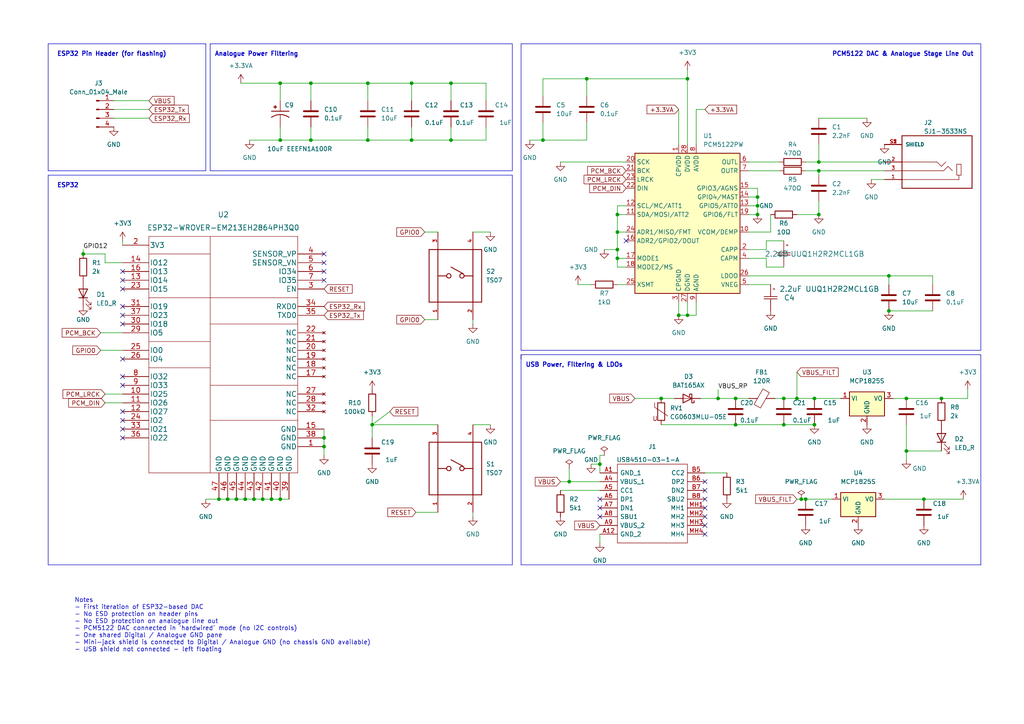
<source format=kicad_sch>
(kicad_sch (version 20211123) (generator eeschema)
  (paper "A4")
  (title_block (title "ESP32 Network DAC") (date "2022-11-05") (rev "0.1") (company "Pavlos Papaefstathiou"))
  (lib_symbols
    (symbol "Audio:PCM5122PW"
      (property "Reference" "U" (at -13.97 21.59 0))
      (property "Value" "PCM5122PW" (at 10.16 21.59 0))
      (symbol "PCM5122PW_1_1"
        (pin power_in line (at -2.54 22.86 270) (length 2.54) (name "CPVDD") (number "1"))
        (pin bidirectional line (at 17.78 -2.54 180) (length 2.54) (name "VCOM/DEMP") (number "10"))
        (pin bidirectional line (at -17.78 2.54 0) (length 2.54) (name "SDA/MOSI/ATT2") (number "11"))
        (pin input line (at -17.78 5.08 0) (length 2.54) (name "SCL/MC/ATT1") (number "12"))
        (pin bidirectional line (at 17.78 5.08 180) (length 2.54) (name "GPIO5/ATT0") (number "13"))
        (pin bidirectional line (at 17.78 7.62 180) (length 2.54) (name "GPIO4/MAST") (number "14"))
        (pin bidirectional line (at 17.78 10.16 180) (length 2.54) (name "GPIO3/AGNS") (number "15"))
        (pin bidirectional line (at -17.78 -5.08 0) (length 2.54) (name "ADR2/GPIO2/DOUT") (number "16"))
        (pin input line (at -17.78 -10.16 0) (length 2.54) (name "MODE1") (number "17"))
        (pin input line (at -17.78 -12.7 0) (length 2.54) (name "MODE2/MS") (number "18"))
        (pin bidirectional line (at 17.78 2.54 180) (length 2.54) (name "GPIO6/FLT") (number "19"))
        (pin passive line (at 17.78 -7.62 180) (length 2.54) (name "CAPP") (number "2"))
        (pin input line (at -17.78 17.78 0) (length 2.54) (name "SCK") (number "20"))
        (pin bidirectional line (at -17.78 15.24 0) (length 2.54) (name "BCK") (number "21"))
        (pin input line (at -17.78 10.16 0) (length 2.54) (name "DIN") (number "22"))
        (pin bidirectional line (at -17.78 12.7 0) (length 2.54) (name "LRCK") (number "23"))
        (pin bidirectional line (at -17.78 -2.54 0) (length 2.54) (name "ADR1/MISO/FMT") (number "24"))
        (pin input line (at -17.78 -17.78 0) (length 2.54) (name "XSMT") (number "25"))
        (pin passive line (at 17.78 -15.24 180) (length 2.54) (name "LDOO") (number "26"))
        (pin power_in line (at 0 -22.86 90) (length 2.54) (name "DGND") (number "27"))
        (pin power_in line (at 0 22.86 270) (length 2.54) (name "DVDD") (number "28"))
        (pin power_in line (at -2.54 -22.86 90) (length 2.54) (name "CPGND") (number "3"))
        (pin passive line (at 17.78 -10.16 180) (length 2.54) (name "CAPM") (number "4"))
        (pin passive line (at 17.78 -17.78 180) (length 2.54) (name "VNEG") (number "5"))
        (pin output line (at 17.78 17.78 180) (length 2.54) (name "OUTL") (number "6"))
        (pin output line (at 17.78 15.24 180) (length 2.54) (name "OUTR") (number "7"))
        (pin power_in line (at 2.54 22.86 270) (length 2.54) (name "AVDD") (number "8"))
        (pin power_in line (at 2.54 -22.86 90) (length 2.54) (name "AGND") (number "9"))
      )
    )
    (symbol "Connector:Conn_01x04_Male" (pin_names (offset 1.016) hide)
      (property "Reference" "J" (at 0 5.08 0))
      (property "Value" "Conn_01x04_Male" (at 0 -7.62 0))
      (symbol "Conn_01x04_Male_1_1"
        (pin passive line (at 5.08 2.54 180) (length 3.81) (name "Pin_1") (number "1"))
        (pin passive line (at 5.08 0 180) (length 3.81) (name "Pin_2") (number "2"))
        (pin passive line (at 5.08 -2.54 180) (length 3.81) (name "Pin_3") (number "3"))
        (pin passive line (at 5.08 -5.08 180) (length 3.81) (name "Pin_4") (number "4"))
      )
    )
    (symbol "Device:C" (pin_numbers hide) (pin_names (offset 0.254))
      (property "Reference" "C" (at 0.635 2.54 0))
      (property "Value" "C" (at 0.635 -2.54 0))
      (symbol "C_1_1"
        (pin passive line (at 0 3.81 270) (length 2.794) (name "~") (number "1"))
        (pin passive line (at 0 -3.81 90) (length 2.794) (name "~") (number "2"))
      )
    )
    (symbol "Device:D_Schottky" (pin_numbers hide) (pin_names (offset 1.016) hide)
      (property "Reference" "D" (at 0 2.54 0))
      (property "Value" "D_Schottky" (at 0 -2.54 0))
      (symbol "D_Schottky_1_1"
        (pin passive line (at -3.81 0 0) (length 2.54) (name "K") (number "1"))
        (pin passive line (at 3.81 0 180) (length 2.54) (name "A") (number "2"))
      )
    )
    (symbol "Device:FerriteBead" (pin_numbers hide) (pin_names (offset 0))
      (property "Reference" "FB" (at -3.81 0.635 90))
      (property "Value" "FerriteBead" (at 3.81 0 90))
      (symbol "FerriteBead_1_1"
        (pin passive line (at 0 3.81 270) (length 2.54) (name "~") (number "1"))
        (pin passive line (at 0 -3.81 90) (length 2.54) (name "~") (number "2"))
      )
    )
    (symbol "Device:LED" (pin_numbers hide) (pin_names (offset 1.016) hide)
      (property "Reference" "D" (at 0 2.54 0))
      (property "Value" "LED" (at 0 -2.54 0))
      (symbol "LED_1_1"
        (pin passive line (at -3.81 0 0) (length 2.54) (name "K") (number "1"))
        (pin passive line (at 3.81 0 180) (length 2.54) (name "A") (number "2"))
      )
    )
    (symbol "Device:R" (pin_numbers hide) (pin_names (offset 0))
      (property "Reference" "R" (at 2.032 0 90))
      (property "Value" "R" (at 0 0 90))
      (symbol "R_1_1"
        (pin passive line (at 0 3.81 270) (length 1.27) (name "~") (number "1"))
        (pin passive line (at 0 -3.81 90) (length 1.27) (name "~") (number "2"))
      )
    )
    (symbol "Device:Varistor" (pin_numbers hide) (pin_names (offset 0))
      (property "Reference" "RV" (at 3.175 0 90))
      (property "Value" "Varistor" (at -3.175 0 90))
      (symbol "Varistor_0_0"
        (text "U" (at -1.778 -2.032 0) (effects (font (size 1.27 1.27))))
      )
      (symbol "Varistor_1_1"
        (pin passive line (at 0 3.81 270) (length 1.27) (name "~") (number "1"))
        (pin passive line (at 0 -3.81 90) (length 1.27) (name "~") (number "2"))
      )
    )
    (symbol "EEE-FN1A100R:EEEFN1A100R" (pin_numbers hide) (pin_names (offset 1.016) hide)
      (property "Reference" "C" (at -2.54 3.81 0))
      (property "Value" "EEEFN1A100R" (at -2.54 -5.08 0))
      (symbol "EEEFN1A100R_0_0"
        (pin passive line (at -2.54 0 0) (length 2.54) (name "~") (number "1"))
        (pin passive line (at 5.08 0 180) (length 2.54) (name "~") (number "2"))
      )
    )
    (symbol "Nichicon UUQ1H2R2MCL1GB:UUQ1H2R2MCL1GB" (pin_numbers hide) (pin_names (offset 1.651) hide)
      (property "Reference" "C3" (at 3.81 -1.7716 90))
      (property "Value" "2.2uF UUQ1H2R2MCL1GB" (at 3.81 -5.5816 90))
      (symbol "UUQ1H2R2MCL1GB_1_1"
        (pin passive line (at 0 0 0) (length 2.54) (name "1") (number "1"))
        (pin passive line (at 7.62 0 180) (length 2.54) (name "2") (number "2"))
      )
    )
    (symbol "Regulator_Linear:MCP1825S"
      (property "Reference" "U" (at -3.81 3.175 0))
      (property "Value" "MCP1825S" (at 0 3.175 0))
      (symbol "MCP1825S_1_1"
        (pin power_in line (at -7.62 0 0) (length 2.54) (name "VI") (number "1"))
        (pin power_in line (at 0 -7.62 90) (length 2.54) (name "GND") (number "2"))
        (pin power_out line (at 7.62 0 180) (length 2.54) (name "VO") (number "3"))
      )
    )
    (symbol "TS07-667-37-BK-260-SMT-TR:TS07-667-37-BK-260-SMT-TR" (pin_names (offset 1.016) hide)
      (property "Reference" "S" (at -7.62 8.382 0))
      (property "Value" "TS07-667-37-BK-260-SMT-TR" (at -7.62 -8.382 0))
      (symbol "TS07-667-37-BK-260-SMT-TR_0_0"
        (pin passive line (at -12.7 5.08 0) (length 5.08) (name "~") (number "1"))
        (pin passive line (at -12.7 -5.08 0) (length 5.08) (name "~") (number "2"))
        (pin passive line (at 12.7 5.08 180) (length 5.08) (name "~") (number "3"))
        (pin passive line (at 12.7 -5.08 180) (length 5.08) (name "~") (number "4"))
      )
    )
    (symbol "USB4510-03-1-A:USB4510-03-1-A" (pin_names (offset 0.762))
      (property "Reference" "J" (at 26.67 7.62 0))
      (property "Value" "USB4510-03-1-A" (at 26.67 5.08 0))
      (symbol "USB4510-03-1-A_0_0"
        (pin passive line (at 0 0 0) (length 5.08) (name "GND_1") (number "A1"))
        (pin passive line (at 0 -17.78 0) (length 5.08) (name "GND_2") (number "A12"))
        (pin passive line (at 0 -2.54 0) (length 5.08) (name "VBUS_1") (number "A4"))
        (pin passive line (at 0 -5.08 0) (length 5.08) (name "CC1") (number "A5"))
        (pin passive line (at 0 -7.62 0) (length 5.08) (name "DP1") (number "A6"))
        (pin passive line (at 0 -10.16 0) (length 5.08) (name "DN1") (number "A7"))
        (pin passive line (at 0 -12.7 0) (length 5.08) (name "SBU1") (number "A8"))
        (pin passive line (at 0 -15.24 0) (length 5.08) (name "VBUS_2") (number "A9"))
        (pin passive line (at 30.48 0 180) (length 5.08) (name "CC2") (number "B5"))
        (pin passive line (at 30.48 -2.54 180) (length 5.08) (name "DP2") (number "B6"))
        (pin passive line (at 30.48 -5.08 180) (length 5.08) (name "DN2") (number "B7"))
        (pin passive line (at 30.48 -7.62 180) (length 5.08) (name "SBU2") (number "B8"))
        (pin passive line (at 30.48 -10.16 180) (length 5.08) (name "MH1") (number "MH1"))
        (pin passive line (at 30.48 -12.7 180) (length 5.08) (name "MH2") (number "MH2"))
        (pin passive line (at 30.48 -15.24 180) (length 5.08) (name "MH3") (number "MH3"))
        (pin passive line (at 30.48 -17.78 180) (length 5.08) (name "MH4") (number "MH4"))
      )
    )
    (symbol "UUQ1H2R2MCL1GB_1" (pin_numbers hide) (pin_names (offset 1.651) hide)
      (property "Reference" "C4" (at 3.81 -1.7716 90))
      (property "Value" "UUQ1H2R2MCL1GB_1" (at 1.27 -6.35 90))
      (symbol "UUQ1H2R2MCL1GB_1_1_1"
        (pin passive line (at 0 0 0) (length 2.54) (name "1") (number "1"))
        (pin passive line (at 7.62 0 180) (length 2.54) (name "2") (number "2"))
      )
    )
    (symbol "esp32-wrover-e:ESP32-WROVER-EM213EH2864PH3Q0" (pin_names (offset 0.254))
      (property "Reference" "U" (at 25.4 7.62 0))
      (property "Value" "ESP32-WROVER-EM213EH2864PH3Q0" (at 25.4 5.08 0))
      (symbol "ESP32-WROVER-EM213EH2864PH3Q0_1_1"
        (pin power_in line (at 58.42 -58.42 180) (length 7.62) (name "GND") (number "1"))
        (pin bidirectional line (at 0 -43.18 0) (length 7.62) (name "IO25") (number "10"))
        (pin bidirectional line (at 0 -45.72 0) (length 7.62) (name "IO26") (number "11"))
        (pin bidirectional line (at 0 -48.26 0) (length 7.62) (name "IO27") (number "12"))
        (pin bidirectional line (at 0 -10.16 0) (length 7.62) (name "IO14") (number "13"))
        (pin bidirectional line (at 0 -5.08 0) (length 7.62) (name "IO12") (number "14"))
        (pin power_in line (at 58.42 -53.34 180) (length 7.62) (name "GND") (number "15"))
        (pin bidirectional line (at 0 -7.62 0) (length 7.62) (name "IO13") (number "16"))
        (pin no_connect line (at 58.42 -38.1 180) (length 7.62) (name "NC") (number "17"))
        (pin no_connect line (at 58.42 -35.56 180) (length 7.62) (name "NC") (number "18"))
        (pin no_connect line (at 58.42 -33.02 180) (length 7.62) (name "NC") (number "19"))
        (pin power_in line (at 0 0 0) (length 7.62) (name "3V3") (number "2"))
        (pin no_connect line (at 58.42 -30.48 180) (length 7.62) (name "NC") (number "20"))
        (pin no_connect line (at 58.42 -27.94 180) (length 7.62) (name "NC") (number "21"))
        (pin no_connect line (at 58.42 -25.4 180) (length 7.62) (name "NC") (number "22"))
        (pin unspecified line (at 0 -12.7 0) (length 7.62) (name "IO15") (number "23"))
        (pin bidirectional line (at 0 -50.8 0) (length 7.62) (name "IO2") (number "24"))
        (pin bidirectional line (at 0 -30.48 0) (length 7.62) (name "IO0") (number "25"))
        (pin bidirectional line (at 0 -33.02 0) (length 7.62) (name "IO4") (number "26"))
        (pin no_connect line (at 58.42 -43.18 180) (length 7.62) (name "NC") (number "27"))
        (pin no_connect line (at 58.42 -45.72 180) (length 7.62) (name "NC") (number "28"))
        (pin bidirectional line (at 0 -25.4 0) (length 7.62) (name "IO5") (number "29"))
        (pin input line (at 58.42 -12.7 180) (length 7.62) (name "EN") (number "3"))
        (pin bidirectional line (at 0 -22.86 0) (length 7.62) (name "IO18") (number "30"))
        (pin bidirectional line (at 0 -17.78 0) (length 7.62) (name "IO19") (number "31"))
        (pin no_connect line (at 58.42 -48.26 180) (length 7.62) (name "NC") (number "32"))
        (pin bidirectional line (at 0 -53.34 0) (length 7.62) (name "IO21") (number "33"))
        (pin bidirectional line (at 58.42 -17.78 180) (length 7.62) (name "RXD0") (number "34"))
        (pin bidirectional line (at 58.42 -20.32 180) (length 7.62) (name "TXD0") (number "35"))
        (pin bidirectional line (at 0 -55.88 0) (length 7.62) (name "IO22") (number "36"))
        (pin bidirectional line (at 0 -20.32 0) (length 7.62) (name "IO23") (number "37"))
        (pin power_in line (at 58.42 -55.88 180) (length 7.62) (name "GND") (number "38"))
        (pin power_in line (at 48.26 -73.66 90) (length 7.62) (name "GND") (number "39"))
        (pin input line (at 58.42 -2.54 180) (length 7.62) (name "SENSOR_VP") (number "4"))
        (pin power_in line (at 45.72 -73.66 90) (length 7.62) (name "GND") (number "40"))
        (pin power_in line (at 43.18 -73.66 90) (length 7.62) (name "GND") (number "41"))
        (pin power_in line (at 40.64 -73.66 90) (length 7.62) (name "GND") (number "42"))
        (pin power_in line (at 38.1 -73.66 90) (length 7.62) (name "GND") (number "43"))
        (pin power_in line (at 35.56 -73.66 90) (length 7.62) (name "GND") (number "44"))
        (pin power_in line (at 33.02 -73.66 90) (length 7.62) (name "GND") (number "45"))
        (pin power_in line (at 30.48 -73.66 90) (length 7.62) (name "GND") (number "46"))
        (pin power_in line (at 27.94 -73.66 90) (length 7.62) (name "GND") (number "47"))
        (pin input line (at 58.42 -5.08 180) (length 7.62) (name "SENSOR_VN") (number "5"))
        (pin input line (at 58.42 -7.62 180) (length 7.62) (name "IO34") (number "6"))
        (pin input line (at 58.42 -10.16 180) (length 7.62) (name "IO35") (number "7"))
        (pin bidirectional line (at 0 -38.1 0) (length 7.62) (name "IO32") (number "8"))
        (pin bidirectional line (at 0 -40.64 0) (length 7.62) (name "IO33") (number "9"))
      )
    )
    (symbol "power:+3.3VA" (power) (pin_names (offset 0))
      (property "Value" "+3.3VA" (at 0 3.556 0))
      (symbol "+3.3VA_1_1"
        (pin power_in line (at 0 0 90) (length 0) hide (name "+3.3VA") (number "1"))
      )
    )
    (symbol "power:+3V3" (power) (pin_names (offset 0))
      (property "Value" "+3V3" (at 0 3.556 0))
      (symbol "+3V3_1_1"
        (pin power_in line (at 0 0 90) (length 0) hide (name "+3V3") (number "1"))
      )
    )
    (symbol "power:GND" (power) (pin_names (offset 0))
      (property "Value" "GND" (at 0 -3.81 0))
      (symbol "GND_1_1"
        (pin power_in line (at 0 0 270) (length 0) hide (name "GND") (number "1"))
      )
    )
    (symbol "power:PWR_FLAG" (power) (pin_numbers hide) (pin_names (offset 0) hide)
      (property "Value" "PWR_FLAG" (at 0 3.81 0))
      (symbol "PWR_FLAG_0_0"
        (pin power_out line (at 0 0 90) (length 0) (name "pwr") (number "1"))
      )
    )
    (symbol "project:SJ1-3533NS" (pin_names (offset 1.016))
      (property "Reference" "J" (at -10.16 10.16 0))
      (property "Value" "SJ1-3533NS" (at -10.16 -12.7 0))
      (symbol "SJ1-3533NS_0_0"
        (pin passive line (at 15.24 5.08 180) (length 5.08) (name "~") (number "1"))
        (pin passive line (at 15.24 0 180) (length 5.08) (name "~") (number "2"))
        (pin passive line (at 15.24 2.54 180) (length 5.08) (name "~") (number "3"))
        (pin passive line (at 15.24 -5.08 180) (length 5.08) (name "SHIELD") (number "S1"))
        (pin passive line (at 15.24 -5.08 180) (length 5.08) (name "SHIELD") (number "S2"))
        (pin passive line (at 15.24 -5.08 180) (length 5.08) (name "SHIELD") (number "S3"))
      )
    )
  )
  (junction (at 106.68 24.13))
  (junction (at 73.66 144.78))
  (junction (at 78.74 144.78))
  (junction (at 191.77 115.57))
  (junction (at 81.28 144.78))
  (junction (at 119.38 40.64))
  (junction (at 219.71 59.69))
  (junction (at 90.17 40.64))
  (junction (at 66.04 144.78))
  (junction (at 93.98 129.54))
  (junction (at 219.71 57.15))
  (junction (at 179.07 72.39))
  (junction (at 237.49 46.99))
  (junction (at 273.05 115.57))
  (junction (at 130.81 40.64))
  (junction (at 63.5 144.78))
  (junction (at 93.98 127))
  (junction (at 213.36 115.57))
  (junction (at 199.39 22.86))
  (junction (at 199.39 91.44))
  (junction (at 237.49 49.53))
  (junction (at 231.14 115.57))
  (junction (at 233.68 144.78))
  (junction (at 90.17 24.13))
  (junction (at 157.48 40.64))
  (junction (at 257.81 90.17))
  (junction (at 219.71 62.23))
  (junction (at 107.95 123.19))
  (junction (at 232.41 144.78))
  (junction (at 262.89 115.57))
  (junction (at 24.13 73.66))
  (junction (at 179.07 74.93))
  (junction (at 68.58 144.78))
  (junction (at 227.33 123.19))
  (junction (at 179.07 67.31))
  (junction (at 208.28 115.57))
  (junction (at 106.68 40.64))
  (junction (at 119.38 24.13))
  (junction (at 213.36 123.19))
  (junction (at 236.22 123.19))
  (junction (at 179.07 62.23))
  (junction (at 237.49 62.23))
  (junction (at 173.99 134.62))
  (junction (at 267.97 144.78))
  (junction (at 81.28 40.64))
  (junction (at 257.81 80.01))
  (junction (at 170.18 22.86))
  (junction (at 76.2 144.78))
  (junction (at 196.85 91.44))
  (junction (at 71.12 144.78))
  (junction (at 81.28 24.13))
  (junction (at 262.89 130.81))
  (junction (at 130.81 24.13))
  (junction (at 165.1 139.7))
  (junction (at 236.22 115.57))
  (junction (at 227.33 115.57))
  (no_connect (at 35.56 121.92))
  (no_connect (at 35.56 124.46))
  (no_connect (at 35.56 127))
  (no_connect (at 93.98 73.66))
  (no_connect (at 93.98 81.28))
  (no_connect (at 93.98 78.74))
  (no_connect (at 93.98 76.2))
  (no_connect (at 35.56 88.9))
  (no_connect (at 35.56 91.44))
  (no_connect (at 35.56 78.74))
  (no_connect (at 35.56 81.28))
  (no_connect (at 35.56 83.82))
  (no_connect (at 35.56 93.98))
  (no_connect (at 35.56 104.14))
  (no_connect (at 35.56 109.22))
  (no_connect (at 35.56 111.76))
  (no_connect (at 35.56 119.38))
  (no_connect (at 173.99 147.32))
  (no_connect (at 173.99 144.78))
  (no_connect (at 204.47 139.7))
  (no_connect (at 204.47 142.24))
  (no_connect (at 204.47 147.32))
  (no_connect (at 204.47 149.86))
  (no_connect (at 204.47 152.4))
  (no_connect (at 204.47 154.94))
  (no_connect (at 181.61 69.85))
  (no_connect (at 173.99 149.86))
  (no_connect (at 204.47 144.78))
  (polyline (pts (xy 60.96 12.7) (xy 60.96 49.53)) (stroke (width 0) (type solid)))
  (wire (pts (xy 81.28 24.13) (xy 81.28 29.21)))
  (wire (pts (xy 73.66 144.78) (xy 76.2 144.78)))
  (wire (pts (xy 191.77 123.19) (xy 213.36 123.19)))
  (wire (pts (xy 170.18 40.64) (xy 170.18 35.56)))
  (wire (pts (xy 191.77 115.57) (xy 195.58 115.57)))
  (wire (pts (xy 29.21 96.52) (xy 35.56 96.52)))
  (wire (pts (xy 262.89 130.81) (xy 262.89 133.35)))
  (wire (pts (xy 231.14 144.78) (xy 232.41 144.78)))
  (wire (pts (xy 165.1 139.7) (xy 173.99 139.7)))
  (wire (pts (xy 237.49 58.42) (xy 237.49 62.23)))
  (wire (pts (xy 217.17 72.39) (xy 222.25 72.39)))
  (wire (pts (xy 30.48 114.3) (xy 35.56 114.3)))
  (wire (pts (xy 106.68 40.64) (xy 106.68 36.83)))
  (polyline (pts (xy 13.97 163.83) (xy 148.59 163.83)) (stroke (width 0) (type solid)))
  (wire (pts (xy 179.07 72.39) (xy 179.07 74.93)))
  (wire (pts (xy 219.71 54.61) (xy 219.71 57.15)))
  (wire (pts (xy 33.02 31.75) (xy 43.18 31.75)))
  (wire (pts (xy 257.81 90.17) (xy 270.51 90.17)))
  (wire (pts (xy 173.99 137.16) (xy 173.99 134.62)))
  (wire (pts (xy 93.98 129.54) (xy 93.98 132.08)))
  (wire (pts (xy 259.08 115.57) (xy 262.89 115.57)))
  (wire (pts (xy 224.79 115.57) (xy 227.33 115.57)))
  (wire (pts (xy 201.93 87.63) (xy 201.93 91.44)))
  (wire (pts (xy 233.68 144.78) (xy 241.3 144.78)))
  (wire (pts (xy 93.98 124.46) (xy 93.98 127)))
  (wire (pts (xy 267.97 144.78) (xy 279.4 144.78)))
  (wire (pts (xy 217.17 67.31) (xy 223.52 67.31)))
  (wire (pts (xy 173.99 157.48) (xy 173.99 154.94)))
  (polyline (pts (xy 148.59 50.8) (xy 13.97 50.8)) (stroke (width 0) (type solid)))
  (wire (pts (xy 237.49 34.29) (xy 251.46 34.29)))
  (wire (pts (xy 167.64 82.55) (xy 171.45 82.55)))
  (wire (pts (xy 201.93 41.91) (xy 201.93 31.75)))
  (wire (pts (xy 90.17 24.13) (xy 90.17 29.21)))
  (wire (pts (xy 107.95 120.65) (xy 107.95 123.19)))
  (wire (pts (xy 171.45 134.62) (xy 173.99 134.62)))
  (wire (pts (xy 179.07 67.31) (xy 181.61 67.31)))
  (wire (pts (xy 252.73 52.07) (xy 256.54 52.07)))
  (wire (pts (xy 175.26 132.08) (xy 173.99 132.08)))
  (wire (pts (xy 217.17 62.23) (xy 219.71 62.23)))
  (wire (pts (xy 137.16 92.71) (xy 137.16 93.98)))
  (wire (pts (xy 106.68 40.64) (xy 119.38 40.64)))
  (wire (pts (xy 140.97 40.64) (xy 140.97 36.83)))
  (polyline (pts (xy 284.48 102.87) (xy 151.13 102.87)) (stroke (width 0) (type solid)))
  (wire (pts (xy 237.49 46.99) (xy 237.49 41.91)))
  (wire (pts (xy 236.22 115.57) (xy 243.84 115.57)))
  (polyline (pts (xy 284.48 12.7) (xy 284.48 101.6)) (stroke (width 0) (type solid)))
  (wire (pts (xy 232.41 144.78) (xy 233.68 144.78)))
  (wire (pts (xy 179.07 77.47) (xy 181.61 77.47)))
  (wire (pts (xy 93.98 127) (xy 93.98 129.54)))
  (wire (pts (xy 222.25 74.93) (xy 222.25 77.47)))
  (wire (pts (xy 199.39 87.63) (xy 199.39 91.44)))
  (polyline (pts (xy 284.48 163.83) (xy 284.48 102.87)) (stroke (width 0) (type solid)))
  (wire (pts (xy 107.95 123.19) (xy 113.03 119.38)))
  (wire (pts (xy 179.07 67.31) (xy 179.07 62.23)))
  (wire (pts (xy 196.85 91.44) (xy 199.39 91.44)))
  (wire (pts (xy 217.17 57.15) (xy 219.71 57.15)))
  (wire (pts (xy 217.17 82.55) (xy 223.52 82.55)))
  (wire (pts (xy 90.17 24.13) (xy 81.28 24.13)))
  (polyline (pts (xy 151.13 102.87) (xy 151.13 104.14)))
  (wire (pts (xy 30.48 116.84) (xy 35.56 116.84)))
  (polyline (pts (xy 148.59 163.83) (xy 148.59 50.8)) (stroke (width 0) (type solid)))
  (polyline (pts (xy 317.5 100.33) (xy 317.5 101.6)))
  (wire (pts (xy 30.48 76.2) (xy 30.48 73.66)))
  (wire (pts (xy 219.71 57.15) (xy 219.71 59.69)))
  (wire (pts (xy 63.5 144.78) (xy 66.04 144.78)))
  (wire (pts (xy 257.81 80.01) (xy 257.81 82.55)))
  (wire (pts (xy 179.07 62.23) (xy 181.61 62.23)))
  (wire (pts (xy 256.54 144.78) (xy 267.97 144.78)))
  (wire (pts (xy 170.18 22.86) (xy 170.18 27.94)))
  (wire (pts (xy 78.74 144.78) (xy 81.28 144.78)))
  (polyline (pts (xy 60.96 49.53) (xy 148.59 49.53)) (stroke (width 0) (type solid)))
  (wire (pts (xy 81.28 40.64) (xy 90.17 40.64)))
  (polyline (pts (xy 151.13 163.83) (xy 284.48 163.83)) (stroke (width 0) (type solid)))
  (wire (pts (xy 231.14 62.23) (xy 237.49 62.23)))
  (wire (pts (xy 137.16 67.31) (xy 142.24 67.31)))
  (wire (pts (xy 69.85 24.13) (xy 81.28 24.13)))
  (wire (pts (xy 137.16 148.59) (xy 137.16 149.86)))
  (wire (pts (xy 72.39 40.64) (xy 81.28 40.64)))
  (wire (pts (xy 270.51 80.01) (xy 257.81 80.01)))
  (polyline (pts (xy 59.69 12.7) (xy 59.69 49.53)) (stroke (width 0) (type solid)))
  (wire (pts (xy 222.25 77.47) (xy 227.33 77.47)))
  (wire (pts (xy 107.95 123.19) (xy 107.95 127)))
  (wire (pts (xy 81.28 40.64) (xy 81.28 36.83)))
  (polyline (pts (xy 284.48 101.6) (xy 151.13 101.6)) (stroke (width 0) (type solid)))
  (polyline (pts (xy 148.59 49.53) (xy 148.59 12.7)) (stroke (width 0) (type solid)))
  (wire (pts (xy 29.21 101.6) (xy 35.56 101.6)))
  (wire (pts (xy 35.56 69.85) (xy 35.56 71.12)))
  (wire (pts (xy 222.25 72.39) (xy 222.25 69.85)))
  (polyline (pts (xy 13.97 50.8) (xy 13.97 163.83)) (stroke (width 0) (type solid)))
  (wire (pts (xy 199.39 41.91) (xy 199.39 22.86)))
  (wire (pts (xy 237.49 46.99) (xy 256.54 46.99)))
  (wire (pts (xy 130.81 24.13) (xy 130.81 29.21)))
  (wire (pts (xy 196.85 87.63) (xy 196.85 91.44)))
  (wire (pts (xy 262.89 115.57) (xy 273.05 115.57)))
  (wire (pts (xy 217.17 46.99) (xy 226.06 46.99)))
  (polyline (pts (xy 148.59 12.7) (xy 60.96 12.7)) (stroke (width 0) (type solid)))
  (wire (pts (xy 181.61 59.69) (xy 179.07 59.69)))
  (wire (pts (xy 217.17 59.69) (xy 219.71 59.69)))
  (wire (pts (xy 262.89 123.19) (xy 262.89 130.81)))
  (wire (pts (xy 179.07 67.31) (xy 179.07 72.39)))
  (wire (pts (xy 81.28 144.78) (xy 83.82 144.78)))
  (wire (pts (xy 199.39 20.32) (xy 199.39 22.86)))
  (wire (pts (xy 231.14 107.95) (xy 231.14 115.57)))
  (wire (pts (xy 179.07 74.93) (xy 181.61 74.93)))
  (wire (pts (xy 233.68 46.99) (xy 237.49 46.99)))
  (wire (pts (xy 30.48 73.66) (xy 24.13 73.66)))
  (wire (pts (xy 130.81 40.64) (xy 130.81 36.83)))
  (wire (pts (xy 201.93 31.75) (xy 204.47 31.75)))
  (wire (pts (xy 71.12 144.78) (xy 73.66 144.78)))
  (wire (pts (xy 59.69 144.78) (xy 63.5 144.78)))
  (wire (pts (xy 213.36 115.57) (xy 217.17 115.57)))
  (wire (pts (xy 157.48 22.86) (xy 157.48 27.94)))
  (wire (pts (xy 184.15 115.57) (xy 191.77 115.57)))
  (wire (pts (xy 175.26 72.39) (xy 179.07 72.39)))
  (wire (pts (xy 217.17 54.61) (xy 219.71 54.61)))
  (wire (pts (xy 222.25 69.85) (xy 227.33 69.85)))
  (wire (pts (xy 204.47 137.16) (xy 210.82 137.16)))
  (wire (pts (xy 130.81 24.13) (xy 119.38 24.13)))
  (wire (pts (xy 157.48 40.64) (xy 170.18 40.64)))
  (wire (pts (xy 217.17 80.01) (xy 257.81 80.01)))
  (wire (pts (xy 119.38 24.13) (xy 106.68 24.13)))
  (wire (pts (xy 179.07 74.93) (xy 179.07 77.47)))
  (wire (pts (xy 66.04 144.78) (xy 68.58 144.78)))
  (wire (pts (xy 123.19 67.31) (xy 127 67.31)))
  (wire (pts (xy 162.56 46.99) (xy 181.61 46.99)))
  (wire (pts (xy 217.17 74.93) (xy 222.25 74.93)))
  (wire (pts (xy 68.58 144.78) (xy 71.12 144.78)))
  (wire (pts (xy 270.51 82.55) (xy 270.51 80.01)))
  (wire (pts (xy 219.71 59.69) (xy 219.71 62.23)))
  (wire (pts (xy 208.28 113.03) (xy 208.28 115.57)))
  (polyline (pts (xy 151.13 12.7) (xy 284.48 12.7)) (stroke (width 0) (type solid)))
  (wire (pts (xy 170.18 22.86) (xy 199.39 22.86)))
  (wire (pts (xy 223.52 67.31) (xy 223.52 62.23)))
  (wire (pts (xy 170.18 22.86) (xy 157.48 22.86)))
  (wire (pts (xy 262.89 130.81) (xy 273.05 130.81)))
  (polyline (pts (xy 151.13 101.6) (xy 151.13 12.7)) (stroke (width 0) (type solid)))
  (wire (pts (xy 106.68 29.21) (xy 106.68 24.13)))
  (wire (pts (xy 162.56 142.24) (xy 173.99 142.24)))
  (polyline (pts (xy 13.97 49.53) (xy 13.97 12.7)) (stroke (width 0) (type solid)))
  (wire (pts (xy 119.38 29.21) (xy 119.38 24.13)))
  (wire (pts (xy 217.17 49.53) (xy 226.06 49.53)))
  (wire (pts (xy 33.02 34.29) (xy 43.18 34.29)))
  (wire (pts (xy 107.95 123.19) (xy 127 123.19)))
  (wire (pts (xy 90.17 40.64) (xy 106.68 40.64)))
  (wire (pts (xy 237.49 49.53) (xy 256.54 49.53)))
  (wire (pts (xy 130.81 40.64) (xy 140.97 40.64)))
  (wire (pts (xy 137.16 123.19) (xy 142.24 123.19)))
  (wire (pts (xy 119.38 40.64) (xy 130.81 40.64)))
  (wire (pts (xy 213.36 123.19) (xy 227.33 123.19)))
  (polyline (pts (xy 59.69 49.53) (xy 13.97 49.53)) (stroke (width 0) (type solid)))
  (wire (pts (xy 237.49 49.53) (xy 237.49 50.8)))
  (wire (pts (xy 90.17 24.13) (xy 106.68 24.13)))
  (wire (pts (xy 273.05 115.57) (xy 280.67 115.57)))
  (wire (pts (xy 208.28 115.57) (xy 213.36 115.57)))
  (wire (pts (xy 153.67 40.64) (xy 157.48 40.64)))
  (wire (pts (xy 76.2 144.78) (xy 78.74 144.78)))
  (wire (pts (xy 162.56 139.7) (xy 165.1 139.7)))
  (wire (pts (xy 90.17 40.64) (xy 90.17 36.83)))
  (polyline (pts (xy 151.13 102.87) (xy 151.13 163.83)) (stroke (width 0) (type solid)))
  (wire (pts (xy 233.68 49.53) (xy 237.49 49.53)))
  (wire (pts (xy 173.99 132.08) (xy 173.99 134.62)))
  (wire (pts (xy 35.56 76.2) (xy 30.48 76.2)))
  (wire (pts (xy 196.85 41.91) (xy 196.85 31.75)))
  (wire (pts (xy 203.2 115.57) (xy 208.28 115.57)))
  (wire (pts (xy 165.1 135.89) (xy 165.1 139.7)))
  (wire (pts (xy 157.48 40.64) (xy 157.48 35.56)))
  (wire (pts (xy 33.02 29.21) (xy 43.18 29.21)))
  (wire (pts (xy 123.19 92.71) (xy 127 92.71)))
  (wire (pts (xy 231.14 115.57) (xy 236.22 115.57)))
  (wire (pts (xy 24.13 72.39) (xy 24.13 73.66)))
  (wire (pts (xy 227.33 115.57) (xy 231.14 115.57)))
  (wire (pts (xy 179.07 59.69) (xy 179.07 62.23)))
  (wire (pts (xy 280.67 113.03) (xy 280.67 115.57)))
  (wire (pts (xy 120.65 148.59) (xy 127 148.59)))
  (wire (pts (xy 119.38 40.64) (xy 119.38 36.83)))
  (wire (pts (xy 130.81 24.13) (xy 140.97 24.13)))
  (wire (pts (xy 227.33 123.19) (xy 236.22 123.19)))
  (polyline (pts (xy 13.97 12.7) (xy 59.69 12.7)) (stroke (width 0) (type solid)))
  (wire (pts (xy 140.97 29.21) (xy 140.97 24.13)))
  (wire (pts (xy 179.07 82.55) (xy 181.61 82.55)))
  (wire (pts (xy 199.39 91.44) (xy 201.93 91.44)))
  (text "ESP32 Pin Header (for flashing)" (at 16.51 16.51 0) (effects (font (size 1.27 1.27) (thickness 0.254) bold) (justify left bottom)))
  (text "Notes\n- First iteration of ESP32-based DAC\n- No ESD protection on header pins\n- No ESD protection on analogue line out\n- PCM5122 DAC connected in 'hardwired' mode (no I2C controls)\n- One shared Digital / Analogue GND pane\n- Mini-jack shield is connected to Digital / Analogue GND (no chassis GND available)\n- USB shield not connected - left floating" (at 21.59 189.23 0) (effects (font (size 1.27 1.27)) (justify left bottom)))
  (text "USB Power, Filtering & LDOs" (at 152.4 106.68 0) (effects (font (size 1.27 1.27) (thickness 0.254) bold) (justify left bottom)))
  (text "Analogue Power Filtering" (at 62.23 16.51 0) (effects (font (size 1.27 1.27) (thickness 0.254) bold) (justify left bottom)))
  (text "PCM5122 DAC & Analogue Stage Line Out" (at 241.3 16.51 0) (effects (font (size 1.27 1.27) (thickness 0.254) bold) (justify left bottom)))
  (text "ESP32" (at 16.51 54.61 0) (effects (font (size 1.27 1.27) (thickness 0.254) bold) (justify left bottom)))
  (label "GPIO12" (at 24.13 72.39 0))
  (label "VBUS_RP" (at 208.28 113.03 0))
  (global_label "PCM_LRCK" (shape input) (at 30.48 114.3 180) (property "Intersheet References" "${INTERSHEET_REFS}" (effects hide)))
  (global_label "VBUS" (shape input) (at 43.18 29.21 0) (property "Intersheet References" "${INTERSHEET_REFS}" (effects hide)))
  (global_label "PCM_BCK" (shape input) (at 29.21 96.52 180) (property "Intersheet References" "${INTERSHEET_REFS}" (effects hide)))
  (global_label "VBUS" (shape input) (at 184.15 115.57 180) (property "Intersheet References" "${INTERSHEET_REFS}" (effects hide)))
  (global_label "GPIO0" (shape input) (at 123.19 67.31 180) (property "Intersheet References" "${INTERSHEET_REFS}" (effects hide)))
  (global_label "ESP32_Tx" (shape input) (at 93.98 91.44 0) (property "Intersheet References" "${INTERSHEET_REFS}" (effects hide)))
  (global_label "VBUS" (shape input) (at 162.56 139.7 180) (property "Intersheet References" "${INTERSHEET_REFS}" (effects hide)))
  (global_label "GPIO0" (shape input) (at 29.21 101.6 180) (property "Intersheet References" "${INTERSHEET_REFS}" (effects hide)))
  (global_label "RESET" (shape input) (at 93.98 83.82 0) (property "Intersheet References" "${INTERSHEET_REFS}" (effects hide)))
  (global_label "VBUS_FILT" (shape input) (at 231.14 144.78 180) (property "Intersheet References" "${INTERSHEET_REFS}" (effects hide)))
  (global_label "+3.3VA" (shape input) (at 196.85 31.75 180) (property "Intersheet References" "${INTERSHEET_REFS}" (effects hide)))
  (global_label "RESET" (shape input) (at 120.65 148.59 180) (property "Intersheet References" "${INTERSHEET_REFS}" (effects hide)))
  (global_label "PCM_DIN" (shape input) (at 181.61 54.61 180) (property "Intersheet References" "${INTERSHEET_REFS}" (effects hide)))
  (global_label "RESET" (shape input) (at 113.03 119.38 0) (property "Intersheet References" "${INTERSHEET_REFS}" (effects hide)))
  (global_label "ESP32_Tx" (shape input) (at 43.18 31.75 0) (property "Intersheet References" "${INTERSHEET_REFS}" (effects hide)))
  (global_label "ESP32_Rx" (shape input) (at 43.18 34.29 0) (property "Intersheet References" "${INTERSHEET_REFS}" (effects hide)))
  (global_label "+3.3VA" (shape input) (at 204.47 31.75 0) (property "Intersheet References" "${INTERSHEET_REFS}" (effects hide)))
  (global_label "VBUS" (shape input) (at 173.99 152.4 180) (property "Intersheet References" "${INTERSHEET_REFS}" (effects hide)))
  (global_label "VBUS_FILT" (shape input) (at 231.14 107.95 0) (property "Intersheet References" "${INTERSHEET_REFS}" (effects hide)))
  (global_label "ESP32_Rx" (shape input) (at 93.98 88.9 0) (property "Intersheet References" "${INTERSHEET_REFS}" (effects hide)))
  (global_label "PCM_LRCK" (shape input) (at 181.61 52.07 180) (property "Intersheet References" "${INTERSHEET_REFS}" (effects hide)))
  (global_label "PCM_BCK" (shape input) (at 181.61 49.53 180) (property "Intersheet References" "${INTERSHEET_REFS}" (effects hide)))
  (global_label "GPIO0" (shape input) (at 123.19 92.71 180) (property "Intersheet References" "${INTERSHEET_REFS}" (effects hide)))
  (global_label "PCM_DIN" (shape input) (at 30.48 116.84 180) (property "Intersheet References" "${INTERSHEET_REFS}" (effects hide)))
  (symbol (lib_id "power:GND") (at 236.22 123.19 0) (unit 1)
    (property "Reference" "#PWR0106" (effects hide))
    (property "Value" "GND" (at 236.22 128.27 0))
  )
  (symbol (lib_id "power:GND") (at 251.46 34.29 0) (unit 1)
    (property "Reference" "#PWR0122" (effects hide))
    (property "Value" "GND" (at 251.46 39.37 0))
  )
  (symbol (lib_id "power:GND") (at 267.97 152.4 0) (unit 1)
    (property "Reference" "#PWR0103" (effects hide))
    (property "Value" "GND" (at 267.97 157.48 0))
  )
  (symbol (lib_id "Device:C") (at 90.17 33.02 0) (unit 1)
    (property "Reference" "C10" (at 93.98 31.7499 0) (effects (justify left)))
    (property "Value" "0.1uF" (at 93.98 34.2899 0) (effects (justify left)))
    (property "Footprint" "Capacitor_SMD:C_0805_2012Metric" (effects hide))
  )
  (symbol (lib_id "power:GND") (at 171.45 134.62 0) (unit 1)
    (property "Reference" "#PWR0116" (effects hide))
    (property "Value" "GND" (at 171.45 133.35 0))
  )
  (symbol (lib_id "Device:C") (at 157.48 31.75 0) (unit 1)
    (property "Reference" "C5" (at 161.29 30.4799 0) (effects (justify left)))
    (property "Value" "10uF" (at 161.29 33.0199 0) (effects (justify left)))
    (property "Footprint" "Capacitor_SMD:C_0805_2012Metric" (effects hide))
  )
  (symbol (lib_id "Device:R") (at 273.05 119.38 0) (unit 1)
    (property "Reference" "R8" (at 275.59 118.1099 0) (effects (justify left)))
    (property "Value" "2k" (at 275.59 120.6499 0) (effects (justify left)))
    (property "Footprint" "Resistor_SMD:R_0603_1608Metric" (effects hide))
  )
  (symbol (lib_id "power:GND") (at 24.13 88.9 0) (unit 1)
    (property "Reference" "#PWR0129" (effects hide))
    (property "Value" "GND" (at 24.13 92.71 0))
  )
  (symbol (lib_id "Regulator_Linear:MCP1825S") (at 251.46 115.57 0) (unit 1)
    (property "Reference" "U3" (at 251.46 107.95 0))
    (property "Value" "MCP1825S" (at 251.46 110.49 0))
    (property "Footprint" "Package_TO_SOT_SMD:SOT-223-3_TabPin2" (effects hide))
    (property "Datasheet" "http://ww1.microchip.com/downloads/en/devicedoc/22056b.pdf" (effects hide))
  )
  (symbol (lib_id "Device:C") (at 107.95 130.81 0) (unit 1)
    (property "Reference" "C19" (at 110.49 128.27 0) (effects (justify left)))
    (property "Value" "1uF" (at 111.76 133.35 0) (effects (justify left)))
    (property "Footprint" "Capacitor_SMD:C_0603_1608Metric" (effects hide))
  )
  (symbol (lib_id "Device:FerriteBead") (at 220.98 115.57 90) (unit 1)
    (property "Reference" "FB1" (at 220.9292 107.95 90))
    (property "Value" "120R" (at 220.9292 110.49 90))
    (property "Footprint" "Resistor_SMD:R_0603_1608Metric" (effects hide))
  )
  (symbol (lib_id "power:+3.3VA") (at 69.85 24.13 0) (unit 1)
    (property "Reference" "#PWR0126" (effects hide))
    (property "Value" "+3.3VA" (at 69.85 19.05 0))
  )
  (symbol (lib_id "Device:D_Schottky") (at 199.39 115.57 180) (unit 1)
    (property "Reference" "D3" (at 199.7075 109.22 0))
    (property "Value" "BAT165AX" (at 199.7075 111.76 0))
    (property "Footprint" "Diode_SMD:D_SOD-323" (effects hide))
  )
  (symbol (lib_id "power:GND") (at 237.49 62.23 0) (unit 1)
    (property "Reference" "#PWR0119" (effects hide))
    (property "Value" "GND" (at 237.49 67.31 0))
  )
  (symbol (lib_id "Device:C") (at 119.38 33.02 0) (unit 1)
    (property "Reference" "C12" (at 123.19 30.48 0) (effects (justify left)))
    (property "Value" "0.1uF" (at 123.19 35.56 0) (effects (justify left)))
    (property "Footprint" "Capacitor_SMD:C_0805_2012Metric" (effects hide))
  )
  (symbol (lib_id "Device:C") (at 236.22 119.38 0) (unit 1)
    (property "Reference" "C15" (at 238.76 116.84 0) (effects (justify left)))
    (property "Value" "1uF" (at 240.03 121.92 0) (effects (justify left)))
    (property "Footprint" "Capacitor_SMD:C_0603_1608Metric" (effects hide))
  )
  (symbol (lib_id "Device:R") (at 162.56 146.05 0) (unit 1)
    (property "Reference" "R2" (at 165.1 144.7799 0) (effects (justify left)))
    (property "Value" "5k1" (at 165.1 147.3199 0) (effects (justify left)))
    (property "Footprint" "Resistor_SMD:R_0603_1608Metric" (effects hide))
  )
  (symbol (lib_id "Device:C") (at 170.18 31.75 0) (unit 1)
    (property "Reference" "C6" (at 173.99 30.4799 0) (effects (justify left)))
    (property "Value" "0.1uF" (at 173.99 33.0199 0) (effects (justify left)))
    (property "Footprint" "Capacitor_SMD:C_0805_2012Metric" (effects hide))
  )
  (symbol (lib_name "UUQ1H2R2MCL1GB_1") (lib_id "Nichicon UUQ1H2R2MCL1GB:UUQ1H2R2MCL1GB") (at 223.52 82.55 270) (unit 1)
    (property "Reference" "C4" (at 227.33 86.36 90) (effects (font (size 1.524 1.524)) (justify left)))
    (property "Value" "2.2uF UUQ1H2R2MCL1GB" (at 226.06 83.82 90) (effects (font (size 1.524 1.524)) (justify left)))
    (property "Footprint" "library:UUQ1H2R2MCL1GB" (effects hide))
  )
  (symbol (lib_id "power:GND") (at 137.16 93.98 0) (unit 1)
    (property "Reference" "#PWR0132" (effects hide))
    (property "Value" "GND" (at 137.16 99.06 0))
  )
  (symbol (lib_id "power:GND") (at 252.73 52.07 0) (unit 1)
    (property "Reference" "#PWR0121" (effects hide))
    (property "Value" "GND" (at 252.73 57.15 0))
  )
  (symbol (lib_id "Device:C") (at 233.68 148.59 0) (unit 1)
    (property "Reference" "C17" (at 236.22 146.05 0) (effects (justify left)))
    (property "Value" "1uF" (at 237.49 151.13 0) (effects (justify left)))
    (property "Footprint" "Capacitor_SMD:C_0603_1608Metric" (effects hide))
  )
  (symbol (lib_id "Device:C") (at 227.33 119.38 0) (unit 1)
    (property "Reference" "C21" (at 229.87 116.84 0) (effects (justify left)))
    (property "Value" "0.1uF" (at 229.87 121.92 0) (effects (justify left)))
    (property "Footprint" "Capacitor_SMD:C_0805_2012Metric" (effects hide))
  )
  (symbol (lib_id "Device:C") (at 257.81 86.36 0) (unit 1)
    (property "Reference" "C7" (at 261.62 85.0899 0) (effects (justify left)))
    (property "Value" "10uF" (at 261.62 87.6299 0) (effects (justify left)))
    (property "Footprint" "Capacitor_SMD:C_0805_2012Metric" (effects hide))
  )
  (symbol (lib_id "power:GND") (at 72.39 40.64 0) (unit 1)
    (property "Reference" "#PWR0127" (effects hide))
    (property "Value" "GND" (at 72.39 45.72 0))
  )
  (symbol (lib_id "Device:C") (at 237.49 54.61 0) (unit 1)
    (property "Reference" "C2" (at 241.3 53.3399 0) (effects (justify left)))
    (property "Value" "2.2nF" (at 241.3 55.8799 0) (effects (justify left)))
    (property "Footprint" "Capacitor_SMD:C_0805_2012Metric" (effects hide))
    (property "Datasheet" "https://www.mouser.co.uk/datasheet/2/427/vjw1bcbascomseries-1762447.pdf" (effects hide))
  )
  (symbol (lib_id "power:GND") (at 59.69 144.78 0) (unit 1)
    (property "Reference" "#PWR0134" (effects hide))
    (property "Value" "GND" (at 59.69 149.86 0))
  )
  (symbol (lib_id "power:+3V3") (at 107.95 113.03 0) (unit 1)
    (property "Reference" "#PWR0133" (effects hide))
    (property "Value" "+3V3" (at 107.95 107.95 0))
  )
  (symbol (lib_id "Device:R") (at 24.13 77.47 0) (unit 1)
    (property "Reference" "R1" (at 26.67 76.1999 0) (effects (justify left)))
    (property "Value" "2k" (at 26.67 78.7399 0) (effects (justify left)))
    (property "Footprint" "Resistor_SMD:R_0603_1608Metric" (effects hide))
  )
  (symbol (lib_id "power:GND") (at 262.89 133.35 0) (unit 1)
    (property "Reference" "#PWR0104" (effects hide))
    (property "Value" "GND" (at 266.7 135.89 0))
  )
  (symbol (lib_id "power:+3.3VA") (at 279.4 144.78 0) (unit 1)
    (property "Reference" "#PWR0107" (effects hide))
    (property "Value" "+3.3VA" (at 280.67 139.7 0))
  )
  (symbol (lib_id "power:GND") (at 256.54 41.91 0) (unit 1)
    (property "Reference" "#PWR0112" (effects hide))
    (property "Value" "GND" (at 256.54 46.99 0))
  )
  (symbol (lib_id "Device:C") (at 262.89 119.38 0) (unit 1)
    (property "Reference" "C16" (at 265.43 116.84 0) (effects (justify left)))
    (property "Value" "1uF" (at 266.7 120.65 0) (effects (justify left)))
    (property "Footprint" "Capacitor_SMD:C_0603_1608Metric" (effects hide))
  )
  (symbol (lib_id "power:GND") (at 248.92 152.4 0) (unit 1)
    (property "Reference" "#PWR0102" (effects hide))
    (property "Value" "GND" (at 248.92 157.48 0))
  )
  (symbol (lib_id "power:PWR_FLAG") (at 165.1 135.89 0) (unit 1)
    (property "Reference" "#FLG01" (effects hide))
    (property "Value" "PWR_FLAG" (at 165.1 130.81 0))
  )
  (symbol (lib_id "power:GND") (at 107.95 134.62 0) (unit 1)
    (property "Reference" "#PWR0131" (effects hide))
    (property "Value" "GND" (at 107.95 139.7 0))
  )
  (symbol (lib_id "power:GND") (at 257.81 90.17 0) (unit 1)
    (property "Reference" "#PWR0120" (effects hide))
    (property "Value" "GND" (at 257.81 95.25 0))
  )
  (symbol (lib_id "power:GND") (at 93.98 132.08 0) (unit 1)
    (property "Reference" "#PWR0130" (effects hide))
    (property "Value" "GND" (at 93.98 137.16 0))
  )
  (symbol (lib_id "Device:C") (at 106.68 33.02 0) (unit 1)
    (property "Reference" "C11" (at 110.49 31.7499 0) (effects (justify left)))
    (property "Value" "10uF" (at 110.49 34.2899 0) (effects (justify left)))
    (property "Footprint" "Capacitor_SMD:C_0805_2012Metric" (effects hide))
  )
  (symbol (lib_id "power:+3V3") (at 35.56 69.85 0) (unit 1)
    (property "Reference" "#PWR0128" (effects hide))
    (property "Value" "+3V3" (at 35.56 64.77 0))
  )
  (symbol (lib_id "power:GND") (at 223.52 90.17 0) (unit 1)
    (property "Reference" "#PWR0118" (effects hide))
    (property "Value" "GND" (at 223.52 95.25 0))
  )
  (symbol (lib_id "power:+3V3") (at 280.67 113.03 0) (unit 1)
    (property "Reference" "#PWR0108" (effects hide))
    (property "Value" "+3V3" (at 280.67 107.95 0))
  )
  (symbol (lib_id "Device:R") (at 229.87 49.53 90) (unit 1)
    (property "Reference" "R5" (at 229.87 52.07 90))
    (property "Value" "470Ω" (at 229.87 54.61 90))
    (property "Footprint" "Resistor_SMD:R_0603_1608Metric" (effects hide))
    (property "Datasheet" "https://www.mouser.co.uk/datasheet/2/315/AOA0000C307-1149632.pdf" (effects hide))
  )
  (symbol (lib_id "power:GND") (at 153.67 40.64 0) (unit 1)
    (property "Reference" "#PWR0125" (effects hide))
    (property "Value" "GND" (at 153.67 45.72 0))
  )
  (symbol (lib_id "power:+3V3") (at 199.39 20.32 0) (unit 1)
    (property "Reference" "#PWR0117" (effects hide))
    (property "Value" "+3V3" (at 199.39 15.24 0))
  )
  (symbol (lib_id "EEE-FN1A100R:EEEFN1A100R") (at 81.28 31.75 270) (unit 1)
    (property "Reference" "C9" (at 82.55 30.48 90) (effects (justify left)))
    (property "Value" "10uF EEEFN1A100R" (at 77.47 43.18 90) (effects (justify left)))
    (property "Footprint" "library:CAP_EEEFN1A100R" (effects hide))
    (property "PARTREV" "10-Oct-19" (effects hide))
    (property "MAXIMUM_PACKAGE_HEIGHT" "5.8mm" (effects hide))
    (property "STANDARD" "Manufacturer Recommendations" (effects hide))
    (property "MANUFACTURER" "Panasonic" (effects hide))
  )
  (symbol (lib_id "TS07-667-37-BK-260-SMT-TR:TS07-667-37-BK-260-SMT-TR") (at 132.08 135.89 90) (unit 1)
    (property "Reference" "S1" (at 140.97 134.6199 90) (effects (justify right)))
    (property "Value" "TS07" (at 140.97 137.1599 90) (effects (justify right)))
    (property "Footprint" "library:SW_TS07-667-37-BK-260-SMT-TR" (effects hide))
    (property "STANDARD" "Manufacturer Recommendations" (effects hide))
    (property "MANUFACTURER" "CUI Devices" (effects hide))
    (property "PARTREV" "1.0" (effects hide))
    (property "MAXIMUM_PACKAGE_HEIGHT" "2.7 mm" (effects hide))
  )
  (symbol (lib_id "Device:R") (at 175.26 82.55 90) (unit 1)
    (property "Reference" "R7" (at 175.26 85.09 90))
    (property "Value" "1kΩ" (at 175.26 87.63 90))
    (property "Footprint" "Resistor_SMD:R_0603_1608Metric" (effects hide))
  )
  (symbol (lib_id "power:GND") (at 142.24 123.19 0) (unit 1)
    (property "Reference" "#PWR02" (effects hide))
    (property "Value" "GND" (at 142.24 128.27 0))
  )
  (symbol (lib_id "Audio:PCM5122PW") (at 199.39 64.77 0) (unit 1)
    (property "Reference" "U1" (at 203.9494 39.37 0) (effects (justify left)))
    (property "Value" "PCM5122PW" (at 203.9494 41.91 0) (effects (justify left)))
    (property "Footprint" "Package_SO:TSSOP-28_4.4x9.7mm_P0.65mm" (effects hide))
    (property "Datasheet" "http://www.ti.com/lit/ds/symlink/pcm5122.pdf" (effects hide))
  )
  (symbol (lib_id "power:GND") (at 137.16 149.86 0) (unit 1)
    (property "Reference" "#PWR0135" (effects hide))
    (property "Value" "GND" (at 137.16 154.94 0))
  )
  (symbol (lib_id "power:+3V3") (at 167.64 82.55 0) (unit 1)
    (property "Reference" "#PWR0110" (effects hide))
    (property "Value" "+3V3" (at 167.64 77.47 0))
  )
  (symbol (lib_id "Device:Varistor") (at 191.77 119.38 0) (unit 1)
    (property "Reference" "RV1" (at 194.31 118.3631 0) (effects (justify left)))
    (property "Value" "CG0603MLU-05E" (at 194.31 120.9031 0) (effects (justify left)))
    (property "Footprint" "Resistor_SMD:R_0603_1608Metric" (effects hide))
  )
  (symbol (lib_id "power:GND") (at 162.56 149.86 0) (unit 1)
    (property "Reference" "#PWR0115" (effects hide))
    (property "Value" "GND" (at 162.56 154.94 0))
  )
  (symbol (lib_id "power:GND") (at 142.24 67.31 0) (unit 1)
    (property "Reference" "#PWR01" (effects hide))
    (property "Value" "GND" (at 142.24 72.39 0))
  )
  (symbol (lib_id "project:SJ1-3533NS") (at 271.78 46.99 180) (unit 1)
    (property "Reference" "J2" (at 267.97 35.5599 0) (effects (justify right)))
    (property "Value" "SJ1-3533NS" (at 267.97 38.1 0) (effects (justify right)))
    (property "Footprint" "library:CUI_SJ1-3533NS" (effects hide))
    (property "CUI_PURCHASE_URL" "https://www.cuidevices.com/product/interconnect/connectors/audio-connectors/jacks/sj1-353xns-series?utm_source=snapeda.com&utm_medium=referral&utm_campaign=snapedaBOM" (effects hide))
    (property "MP" "SJ1-3533NS" (effects hide))
    (property "DESCRIPTION" "3.5 mm Stereo Jack, 3 Pin Right-Angle, PCB Mount, Full Shield, Metal Bushing" (effects hide))
    (property "MF" "CUI Devices" (effects hide))
  )
  (symbol (lib_id "power:GND") (at 33.02 36.83 0) (unit 1)
    (property "Reference" "#PWR0136" (effects hide))
    (property "Value" "GND" (at 33.02 41.91 0))
  )
  (symbol (lib_id "Device:C") (at 267.97 148.59 0) (unit 1)
    (property "Reference" "C18" (at 270.51 146.05 0) (effects (justify left)))
    (property "Value" "1uF" (at 271.78 149.86 0) (effects (justify left)))
    (property "Footprint" "Capacitor_SMD:C_0603_1608Metric" (effects hide))
  )
  (symbol (lib_id "Device:R") (at 107.95 116.84 0) (unit 1)
    (property "Reference" "R10" (at 102.87 116.84 0))
    (property "Value" "100kΩ" (at 102.87 119.38 0))
    (property "Footprint" "Resistor_SMD:R_0603_1608Metric" (effects hide))
  )
  (symbol (lib_id "power:GND") (at 251.46 123.19 0) (unit 1)
    (property "Reference" "#PWR0105" (effects hide))
    (property "Value" "GND" (at 251.46 128.27 0))
  )
  (symbol (lib_id "Device:C") (at 213.36 119.38 0) (unit 1)
    (property "Reference" "C20" (at 214.63 116.84 0) (effects (justify left)))
    (property "Value" "0.1uF" (at 214.63 121.92 0) (effects (justify left)))
    (property "Footprint" "Capacitor_SMD:C_0805_2012Metric" (effects hide))
  )
  (symbol (lib_id "power:PWR_FLAG") (at 232.41 144.78 0) (unit 1)
    (property "Reference" "#FLG03" (effects hide))
    (property "Value" "PWR_FLAG" (at 232.41 139.7 0))
  )
  (symbol (lib_id "power:GND") (at 233.68 152.4 0) (unit 1)
    (property "Reference" "#PWR0101" (effects hide))
    (property "Value" "GND" (at 233.68 157.48 0))
  )
  (symbol (lib_id "Device:R") (at 227.33 62.23 90) (unit 1)
    (property "Reference" "R6" (at 227.33 64.77 90))
    (property "Value" "10Ω" (at 227.33 67.31 90))
    (property "Footprint" "Resistor_SMD:R_0603_1608Metric" (effects hide))
  )
  (symbol (lib_id "Connector:Conn_01x04_Male") (at 27.94 31.75 0) (unit 1)
    (property "Reference" "J3" (at 28.575 24.13 0))
    (property "Value" "Conn_01x04_Male" (at 28.575 26.67 0))
    (property "Footprint" "Connector_PinHeader_2.54mm:PinHeader_1x04_P2.54mm_Horizontal" (effects hide))
  )
  (symbol (lib_id "power:GND") (at 196.85 91.44 0) (unit 1)
    (property "Reference" "#PWR0124" (effects hide))
    (property "Value" "GND" (at 196.85 96.52 0))
  )
  (symbol (lib_id "Device:R") (at 210.82 140.97 0) (unit 1)
    (property "Reference" "R3" (at 213.36 139.6999 0) (effects (justify left)))
    (property "Value" "5k1" (at 213.36 142.2399 0) (effects (justify left)))
    (property "Footprint" "Resistor_SMD:R_0603_1608Metric" (effects hide))
  )
  (symbol (lib_id "esp32-wrover-e:ESP32-WROVER-EM213EH2864PH3Q0") (at 35.56 71.12 0) (unit 1)
    (property "Reference" "U2" (at 64.77 62.23 0) (effects (font (size 1.524 1.524))))
    (property "Value" "ESP32-WROVER-EM213EH2864PH3Q0" (at 64.77 66.04 0) (effects (font (size 1.524 1.524))))
    (property "Footprint" "library:ESP32-WROVER-EM213EH2864PH3Q0" (effects hide))
  )
  (symbol (lib_id "USB4510-03-1-A:USB4510-03-1-A") (at 173.99 137.16 0) (unit 1)
    (property "Reference" "J1" (at 189.23 129.54 0))
    (property "Value" "USB4510-03-1-A" (at 187.96 133.35 0))
    (property "Footprint" "library:USB4510031A" (effects hide))
    (property "Datasheet" "https://gct.co/files/drawings/usb4510.pdf" (effects hide))
    (property "Description" "USB Connectors USB C Rec 16P 3u\" Mid Mnt 1.6mm O-set SMT L = 6.5mm S-Spring" (effects hide))
    (property "Height" "3.36" (effects hide))
    (property "Mouser Part Number" "640-USB4510031A" (effects hide))
    (property "Mouser Price/Stock" "https://www.mouser.co.uk/ProductDetail/GCT/USB4510-03-1-A?qs=7D1LtPJG0i3iod3O3OZ7LA%3D%3D" (effects hide))
    (property "Manufacturer_Name" "GCT (GLOBAL CONNECTOR TECHNOLOGY)" (effects hide))
    (property "Manufacturer_Part_Number" "USB4510-03-1-A" (effects hide))
  )
  (symbol (lib_id "Device:LED") (at 273.05 127 90) (unit 1)
    (property "Reference" "D2" (at 276.86 127.3174 90) (effects (justify right)))
    (property "Value" "LED_R" (at 276.86 129.8574 90) (effects (justify right)))
    (property "Footprint" "LED_SMD:LED_0603_1608Metric" (effects hide))
  )
  (symbol (lib_id "TS07-667-37-BK-260-SMT-TR:TS07-667-37-BK-260-SMT-TR") (at 132.08 80.01 90) (unit 1)
    (property "Reference" "S2" (at 140.97 78.7399 90) (effects (justify right)))
    (property "Value" "TS07" (at 140.97 81.2799 90) (effects (justify right)))
    (property "Footprint" "library:SW_TS07-667-37-BK-260-SMT-TR" (effects hide))
    (property "STANDARD" "Manufacturer Recommendations" (effects hide))
    (property "MANUFACTURER" "CUI Devices" (effects hide))
    (property "PARTREV" "1.0" (effects hide))
    (property "MAXIMUM_PACKAGE_HEIGHT" "2.7 mm" (effects hide))
  )
  (symbol (lib_id "power:GND") (at 162.56 46.99 0) (unit 1)
    (property "Reference" "#PWR0111" (effects hide))
    (property "Value" "GND" (at 162.56 52.07 0))
  )
  (symbol (lib_id "power:GND") (at 210.82 144.78 0) (unit 1)
    (property "Reference" "#PWR0113" (effects hide))
    (property "Value" "GND" (at 210.82 149.86 0))
  )
  (symbol (lib_id "Device:C") (at 270.51 86.36 0) (unit 1)
    (property "Reference" "C8" (at 274.32 85.0899 0) (effects (justify left)))
    (property "Value" "0.1uF" (at 274.32 87.6299 0) (effects (justify left)))
    (property "Footprint" "Capacitor_SMD:C_0805_2012Metric" (effects hide))
  )
  (symbol (lib_id "power:GND") (at 219.71 62.23 0) (unit 1)
    (property "Reference" "#PWR0123" (effects hide))
    (property "Value" "GND" (at 222.25 59.69 0))
  )
  (symbol (lib_id "Device:R") (at 229.87 46.99 270) (unit 1)
    (property "Reference" "R4" (at 229.87 41.91 90))
    (property "Value" "470Ω" (at 229.87 44.45 90))
    (property "Footprint" "Resistor_SMD:R_0603_1608Metric" (effects hide))
    (property "Datasheet" "https://www.mouser.co.uk/datasheet/2/315/AOA0000C307-1149632.pdf" (effects hide))
  )
  (symbol (lib_id "Device:C") (at 140.97 33.02 0) (unit 1)
    (property "Reference" "C14" (at 143.51 30.48 0) (effects (justify left)))
    (property "Value" "1uF" (at 144.78 35.56 0) (effects (justify left)))
    (property "Footprint" "Capacitor_SMD:C_0603_1608Metric" (effects hide))
  )
  (symbol (lib_id "power:GND") (at 173.99 157.48 0) (unit 1)
    (property "Reference" "#PWR0114" (effects hide))
    (property "Value" "GND" (at 173.99 162.56 0))
  )
  (symbol (lib_id "Nichicon UUQ1H2R2MCL1GB:UUQ1H2R2MCL1GB") (at 227.33 69.85 270) (unit 1)
    (property "Reference" "C3" (at 225.5584 73.66 90) (effects (font (size 1.524 1.524)) (justify left)))
    (property "Value" "2.2uF UUQ1H2R2MCL1GB" (at 221.7484 73.66 90) (effects (font (size 1.524 1.524)) (justify left)))
    (property "Footprint" "library:UUQ1H2R2MCL1GB" (effects hide))
  )
  (symbol (lib_id "Device:C") (at 237.49 38.1 0) (unit 1)
    (property "Reference" "C1" (at 241.3 36.8299 0) (effects (justify left)))
    (property "Value" "2.2nF" (at 241.3 39.3699 0) (effects (justify left)))
    (property "Footprint" "Capacitor_SMD:C_0805_2012Metric" (effects hide))
    (property "Datasheet" "https://www.mouser.co.uk/datasheet/2/427/vjw1bcbascomseries-1762447.pdf" (effects hide))
  )
  (symbol (lib_id "Device:LED") (at 24.13 85.09 90) (unit 1)
    (property "Reference" "D1" (at 27.94 85.4074 90) (effects (justify right)))
    (property "Value" "LED_R" (at 27.94 87.9474 90) (effects (justify right)))
    (property "Footprint" "LED_SMD:LED_0603_1608Metric" (effects hide))
  )
  (symbol (lib_id "power:PWR_FLAG") (at 175.26 132.08 0) (unit 1)
    (property "Reference" "#FLG02" (effects hide))
    (property "Value" "PWR_FLAG" (at 175.26 127 0))
  )
  (symbol (lib_id "power:GND") (at 175.26 72.39 0) (unit 1)
    (property "Reference" "#PWR0109" (effects hide))
    (property "Value" "GND" (at 171.45 72.39 0))
  )
  (symbol (lib_id "Device:C") (at 130.81 33.02 0) (unit 1)
    (property "Reference" "C13" (at 133.35 30.48 0) (effects (justify left)))
    (property "Value" "0.1uF" (at 132.08 35.56 0) (effects (justify left)))
    (property "Footprint" "Capacitor_SMD:C_0805_2012Metric" (effects hide))
  )
  (symbol (lib_id "Regulator_Linear:MCP1825S") (at 248.92 144.78 0) (unit 1)
    (property "Reference" "U4" (at 248.92 137.16 0))
    (property "Value" "MCP1825S" (at 248.92 139.7 0))
    (property "Footprint" "Package_TO_SOT_SMD:SOT-223-3_TabPin2" (effects hide))
    (property "Datasheet" "http://ww1.microchip.com/downloads/en/devicedoc/22056b.pdf" (effects hide))
  )
)
</source>
